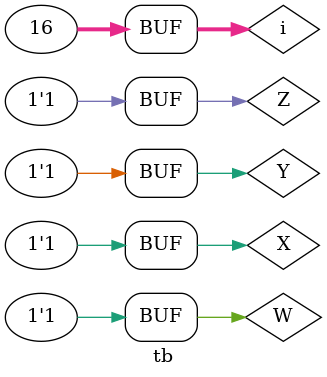
<source format=v>

module q10(output [15:0] d,
           input w, x, y, z);
  wire k;
  not (k, w);
  
  a3x8_decoder i1 (.e(k), .b(x), .c(y), .d(z), .o(d[15:8])); 
  a3x8_decoder i2 (.e(w), .b(x), .c(y), .d(z), .o(d[7:0]));
  
endmodule


module a3x8_decoder(input e,b,c,d,
                   output reg [7:0] o);
  always@(*)
    begin
      if (e == 0)
        o <= 0;
      else
        case({b,c,d})
          3'b000 : o = 8'b10000000;
          3'b001 : o = 8'b01000000;
          3'b010 : o = 8'b00100000;
          3'b011 : o = 8'b00010000;
          3'b100 : o = 8'b00001000;
          3'b101 : o = 8'b00000100;
          3'b110 : o = 8'b00000010;
          3'b111 : o = 8'b00000001;
          default : o = 8'b00000000;
        endcase 
    end
endmodule

//testbench
module tb;
  reg W,X,Y,Z;
  wire [15:0] D;
  integer i;
  
  q10 i1 (.w(W), .x(X), .y(Y), .z(Z), .d(D));
  
  initial 
    begin
      W <= 1'b0;
      X <= 1'b0;
      Y <= 1'b0;
      Z <= 1'b0;
      
      $monitor("time=%t, w=%b, x=%b, y=%b, z=%b, d=%b", $time, W,X,Y,Z,D);
      
      for (i=0; i<16; i=i+1)
        begin
          {W,X,Y,Z} = i;
          #10;
        end
      
    end
endmodule
  

</source>
